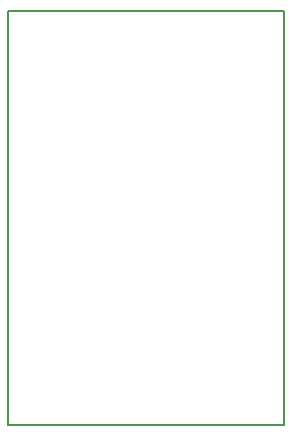
<source format=gbr>
G04 #@! TF.GenerationSoftware,KiCad,Pcbnew,5.1.2-f72e74a~84~ubuntu18.04.1*
G04 #@! TF.CreationDate,2019-05-09T21:42:28-06:00*
G04 #@! TF.ProjectId,rfboard,7266626f-6172-4642-9e6b-696361645f70,rev?*
G04 #@! TF.SameCoordinates,Original*
G04 #@! TF.FileFunction,Profile,NP*
%FSLAX46Y46*%
G04 Gerber Fmt 4.6, Leading zero omitted, Abs format (unit mm)*
G04 Created by KiCad (PCBNEW 5.1.2-f72e74a~84~ubuntu18.04.1) date 2019-05-09 21:42:28*
%MOMM*%
%LPD*%
G04 APERTURE LIST*
%ADD10C,0.150000*%
G04 APERTURE END LIST*
D10*
X106000000Y-162600000D02*
X106000000Y-127600000D01*
X129400000Y-162600000D02*
X106000000Y-162600000D01*
X129400000Y-127600000D02*
X129400000Y-162600000D01*
X106000000Y-127600000D02*
X129400000Y-127600000D01*
M02*

</source>
